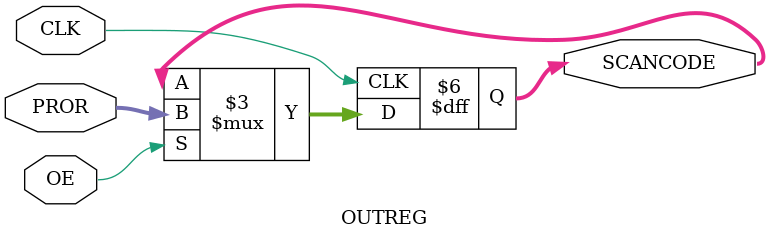
<source format=v>
`timescale 1ns / 1ps

module OUTREG( 
	input  [7:0] PROR,
	input  CLK,
	input OE,
	output reg [7:0] SCANCODE
    );
	 
reg [7:0] PRORlink;
	 
always@(negedge CLK) begin
	if (OE) begin
		SCANCODE<=PROR;
	end
	end

always@(negedge CLK)
	PRORlink<=PROR;
	
endmodule











</source>
